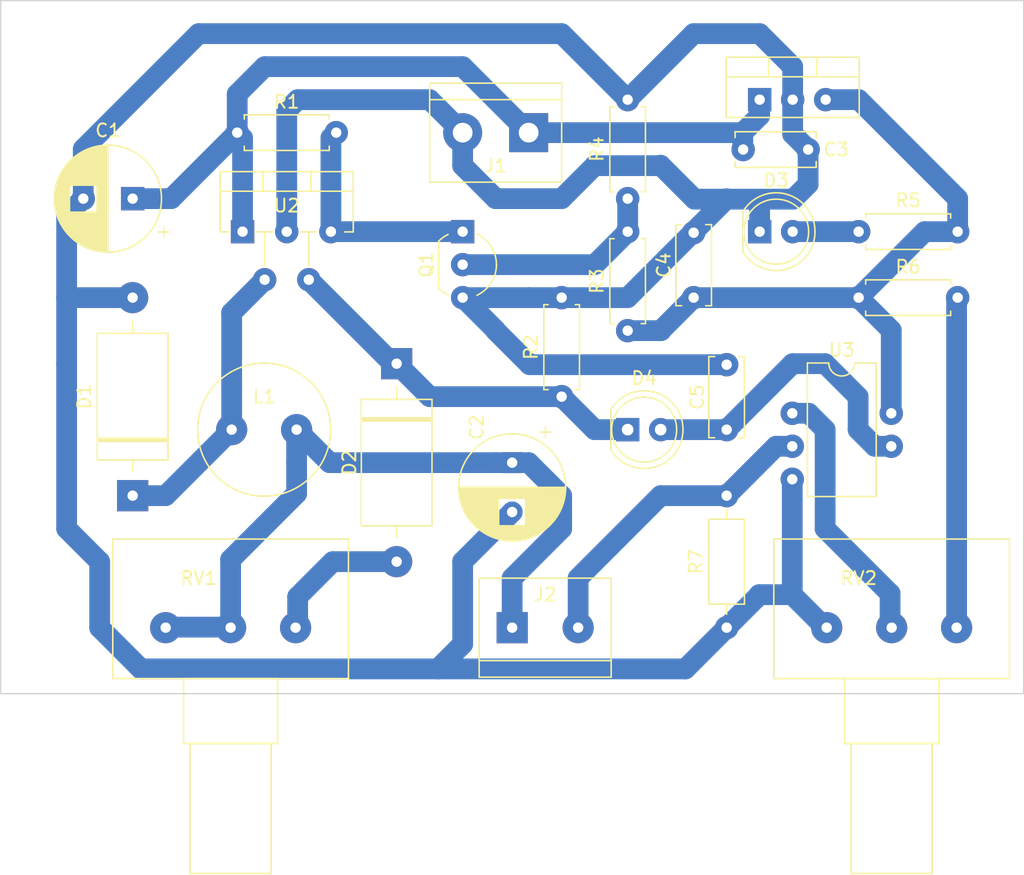
<source format=kicad_pcb>
(kicad_pcb (version 20211014) (generator pcbnew)
  (layers (0 "F.Cu" signal) (31 "B.Cu" signal) (34 "B.Paste" user) (35 "F.Paste" user) (36 "B.SilkS" user "B.Silkscreen") (37 "F.SilkS" user "F.Silkscreen") (38 "B.Mask" user) (39 "F.Mask" user) (44 "Edge.Cuts" user))
  (net 0 "")
  (net 1 "+24V")
  (net 2 "GND")
  (net 3 "+VDC")
  (net 4 "Net-(C5-Pad1)")
  (net 5 "Net-(D1-Pad1)")
  (net 6 "Net-(D2-Pad1)")
  (net 7 "Net-(D2-Pad2)")
  (net 8 "Net-(Q1-Pad1)")
  (net 9 "-VDC")
  (net 10 "Net-(Q1-Pad2)")
  (net 11 "Net-(R6-Pad2)")
  (net 12 "Net-(RV2-Pad2)")
  (net 13 "Net-(C4-Pad1)")
  (net 14 "Net-(D3-Pad2)")
  (footprint "Resistor_THT:R_Axial_DIN0207_L6.3mm_D2.5mm_P7.62mm_Horizontal" (layer "F.Cu") (at 152.4 96.52 90)
    (fp_text reference "R2" (at 3.81 -2.37 90) (layer "F.SilkS"))
    (fp_text value "390")
    (pad "1" thru_hole circle (at 0 0 90) (size 1.8 1.8) (drill 0.8) (layers *.Cu *.Mask) (net 6 "Net-(D2-Pad1)"))
    (pad "2" thru_hole circle (at 7.62 0 90) (size 1.8 1.8) (drill 0.8) (layers *.Cu *.Mask) (net 2 "GND"))
  )
  (footprint "Resistor_THT:R_Axial_DIN0207_L6.3mm_D2.5mm_P7.62mm_Horizontal" (layer "F.Cu") (at 157.48 81.28 90)
    (fp_text reference "R4" (at 3.81 -2.37 90) (layer "F.SilkS"))
    (fp_text value "390")
    (pad "1" thru_hole circle (at 0 0 90) (size 1.8 1.8) (drill 0.8) (layers *.Cu *.Mask) (net 10 "Net-(Q1-Pad2)"))
    (pad "2" thru_hole circle (at 7.62 0 90) (size 1.8 1.8) (drill 0.8) (layers *.Cu *.Mask) (net 2 "GND"))
  )
  (footprint "Diode_THT:D_DO-201AD_P15.24mm_Horizontal" (layer "F.Cu") (at 139.7 93.98 -90)
    (fp_text reference "D2" (at 7.62 3.64 90) (layer "F.SilkS"))
    (fp_text value "1N5822")
    (pad "1" thru_hole rect (at 0 0 270) (size 2.4 2.4) (drill 0.8) (layers *.Cu *.Mask) (net 6 "Net-(D2-Pad1)"))
    (pad "2" thru_hole circle (at 15.24 0 270) (size 2.4 2.4) (drill 0.8) (layers *.Cu *.Mask) (net 7 "Net-(D2-Pad2)"))
  )
  (footprint "LED_THT:LED_D5.0mm" (layer "F.Cu") (at 157.48 99.06)
    (fp_text reference "D4" (at 1.27 -3.96) (layer "F.SilkS"))
    (fp_text value "RED")
    (pad "1" thru_hole rect (at 0 0) (size 1.8 1.8) (drill 0.9) (layers *.Cu *.Mask) (net 6 "Net-(D2-Pad1)"))
    (pad "2" thru_hole circle (at 2.54 0) (size 1.8 1.8) (drill 0.9) (layers *.Cu *.Mask) (net 4 "Net-(C5-Pad1)"))
  )
  (footprint "MountingHole:MountingHole_2.1mm" (layer "F.Cu") (at 160.02 111.76)
    (fp_text reference "H3" hide)
    (fp_text value "MountingHole" hide)
    (pad "" np_thru_hole circle (at 0 0) (size 2.1 2.1) (drill 2.1) (layers *.Cu *.Mask))
  )
  (footprint "Resistor_THT:R_Axial_DIN0207_L6.3mm_D2.5mm_P7.62mm_Horizontal" (layer "F.Cu") (at 182.88 83.82 180)
    (fp_text reference "R5" (at 3.81 2.4) (layer "F.SilkS"))
    (fp_text value "390")
    (pad "1" thru_hole circle (at 0 0 180) (size 1.8 1.8) (drill 0.8) (layers *.Cu *.Mask) (net 13 "Net-(C4-Pad1)"))
    (pad "2" thru_hole circle (at 7.62 0 180) (size 1.8 1.8) (drill 0.8) (layers *.Cu *.Mask) (net 14 "Net-(D3-Pad2)"))
  )
  (footprint "Resistor_THT:R_Axial_DIN0207_L6.3mm_D2.5mm_P7.62mm_Horizontal" (layer "F.Cu") (at 127.43 76.2)
    (fp_text reference "R1" (at 3.81 -2.37) (layer "F.SilkS"))
    (fp_text value "10K")
    (pad "1" thru_hole circle (at 0 0) (size 1.8 1.8) (drill 0.8) (layers *.Cu *.Mask) (net 1 "+24V"))
    (pad "2" thru_hole circle (at 7.62 0) (size 1.8 1.8) (drill 0.8) (layers *.Cu *.Mask) (net 8 "Net-(Q1-Pad1)"))
  )
  (footprint "Package_TO_SOT_THT:TO-220-3_Vertical" (layer "F.Cu") (at 167.64 73.66)
    (fp_text reference "U1" hide)
    (fp_text value "LM7805")
    (pad "1" thru_hole rect (at 0 0) (size 1.8 1.8) (drill 0.8) (layers *.Cu *.Mask) (net 1 "+24V"))
    (pad "2" thru_hole circle (at 2.54 0) (size 1.8 1.8) (drill 0.8) (layers *.Cu *.Mask) (net 2 "GND"))
    (pad "3" thru_hole circle (at 5.08 0) (size 1.8 1.8) (drill 0.8) (layers *.Cu *.Mask) (net 13 "Net-(C4-Pad1)"))
  )
  (footprint "Capacitor_THT:C_Disc_D6.0mm_W2.5mm_P5.00mm" (layer "F.Cu") (at 162.56 88.9 90)
    (fp_text reference "C4" (at 2.5 -2.3 90) (layer "F.SilkS"))
    (fp_text value ".22uF")
    (pad "1" thru_hole circle (at 0 0 90) (size 1.8 1.8) (drill 0.8) (layers *.Cu *.Mask) (net 13 "Net-(C4-Pad1)"))
    (pad "2" thru_hole circle (at 5 0 90) (size 1.8 1.8) (drill 0.8) (layers *.Cu *.Mask) (net 2 "GND"))
  )
  (footprint "Potentiometer_THT:Potentiometer_Alps_RK163_Single_Horizontal" (layer "F.Cu") (at 172.8 114.3 -90)
    (fp_text reference "RV2" (at -3.81 -2.46 180) (layer "F.SilkS"))
    (fp_text value "10K")
    (pad "1" thru_hole circle (at 0 0 270) (size 2.4 2.4) (drill 0.8) (layers *.Cu *.Mask) (net 2 "GND"))
    (pad "2" thru_hole circle (at 0 -5 270) (size 2.4 2.4) (drill 0.8) (layers *.Cu *.Mask) (net 12 "Net-(RV2-Pad2)"))
    (pad "3" thru_hole circle (at 0 -10 270) (size 2.4 2.4) (drill 0.8) (layers *.Cu *.Mask) (net 11 "Net-(R6-Pad2)"))
  )
  (footprint "Resistor_THT:R_Axial_DIN0207_L6.3mm_D2.5mm_P7.62mm_Horizontal" (layer "F.Cu") (at 157.48 91.44 90)
    (fp_text reference "R3" (at 3.81 -2.37 90) (layer "F.SilkS"))
    (fp_text value "2K2")
    (pad "1" thru_hole circle (at 0 0 90) (size 1.8 1.8) (drill 0.8) (layers *.Cu *.Mask) (net 13 "Net-(C4-Pad1)"))
    (pad "2" thru_hole circle (at 7.62 0 90) (size 1.8 1.8) (drill 0.8) (layers *.Cu *.Mask) (net 10 "Net-(Q1-Pad2)"))
  )
  (footprint "Package_TO_SOT_THT:TO-220-5_P3.4x3.7mm_StaggerEven_Lead3.8mm_Vertical" (layer "F.Cu") (at 127.84 83.82)
    (fp_text reference "U2" (at 3.4 -2) (layer "F.SilkS"))
    (fp_text value "LM2596T-ADJ")
    (pad "1" thru_hole rect (at 0 0) (size 1.8 1.8) (drill 0.8) (layers *.Cu *.Mask) (net 1 "+24V"))
    (pad "2" thru_hole circle (at 1.7 3.7) (size 1.8 1.8) (drill 0.8) (layers *.Cu *.Mask) (net 5 "Net-(D1-Pad1)"))
    (pad "3" thru_hole circle (at 3.4 0) (size 1.8 1.8) (drill 0.8) (layers *.Cu *.Mask) (net 2 "GND"))
    (pad "4" thru_hole circle (at 5.1 3.7) (size 1.8 1.8) (drill 0.8) (layers *.Cu *.Mask) (net 6 "Net-(D2-Pad1)"))
    (pad "5" thru_hole circle (at 6.8 0) (size 1.8 1.8) (drill 0.8) (layers *.Cu *.Mask) (net 8 "Net-(Q1-Pad1)"))
  )
  (footprint "Capacitor_THT:C_Disc_D6.0mm_W2.5mm_P5.00mm" (layer "F.Cu") (at 165.1 99.06 90)
    (fp_text reference "C5" (at 2.5 -2.26 90) (layer "F.SilkS"))
    (fp_text value ".22uF")
    (pad "1" thru_hole circle (at 0 0 90) (size 1.8 1.8) (drill 0.8) (layers *.Cu *.Mask) (net 4 "Net-(C5-Pad1)"))
    (pad "2" thru_hole circle (at 5 0 90) (size 1.8 1.8) (drill 0.8) (layers *.Cu *.Mask) (net 2 "GND"))
  )
  (footprint "Diode_THT:D_DO-201AD_P15.24mm_Horizontal" (layer "F.Cu") (at 119.38 104.14 90)
    (fp_text reference "D1" (at 7.62 -3.72 90) (layer "F.SilkS"))
    (fp_text value "1N5822")
    (pad "1" thru_hole rect (at 0 0 90) (size 2.4 2.4) (drill 0.8) (layers *.Cu *.Mask) (net 5 "Net-(D1-Pad1)"))
    (pad "2" thru_hole circle (at 15.24 0 90) (size 2.4 2.4) (drill 0.8) (layers *.Cu *.Mask) (net 2 "GND"))
  )
  (footprint "Package_DIP:DIP-8_W7.62mm" (layer "F.Cu") (at 170.15 95.26)
    (fp_text reference "U3" (at 3.81 -2.33) (layer "F.SilkS"))
    (fp_text value "LM318N")
    (pad "2" thru_hole circle (at 0 2.54) (size 1.8 1.8) (drill 0.8) (layers *.Cu *.Mask) (net 12 "Net-(RV2-Pad2)"))
    (pad "3" thru_hole circle (at 0 5.08) (size 1.8 1.8) (drill 0.8) (layers *.Cu *.Mask) (net 9 "-VDC"))
    (pad "4" thru_hole circle (at 0 7.62) (size 1.8 1.8) (drill 0.8) (layers *.Cu *.Mask) (net 2 "GND"))
    (pad "6" thru_hole circle (at 7.62 5.08) (size 1.8 1.8) (drill 0.8) (layers *.Cu *.Mask) (net 4 "Net-(C5-Pad1)"))
    (pad "7" thru_hole circle (at 7.62 2.54) (size 1.8 1.8) (drill 0.8) (layers *.Cu *.Mask) (net 13 "Net-(C4-Pad1)"))
  )
  (footprint "MountingHole:MountingHole_2.1mm" (layer "F.Cu") (at 113.03 115.57)
    (fp_text reference "H4" hide)
    (fp_text value "MountingHole" hide)
    (pad "" np_thru_hole circle (at 0 0) (size 2.1 2.1) (drill 2.1) (layers *.Cu *.Mask))
  )
  (footprint "Capacitor_THT:CP_Radial_D8.0mm_P3.80mm" (layer "F.Cu") (at 119.38 81.28 180)
    (fp_text reference "C1" (at 1.9 5.25) (layer "F.SilkS"))
    (fp_text value "330uF/50V")
    (pad "1" thru_hole rect (at 0 0 180) (size 1.8 1.8) (drill 0.8) (layers *.Cu *.Mask) (net 1 "+24V"))
    (pad "2" thru_hole circle (at 3.8 0 180) (size 1.8 1.8) (drill 0.8) (layers *.Cu *.Mask) (net 2 "GND"))
  )
  (footprint "MountingHole:MountingHole_2.1mm" (layer "F.Cu") (at 184.15 69.85)
    (fp_text reference "H2" hide)
    (fp_text value "MountingHole" hide)
    (pad "" np_thru_hole circle (at 0 0) (size 2.1 2.1) (drill 2.1) (layers *.Cu *.Mask))
  )
  (footprint "Inductor_THT:L_Radial_D10.0mm_P5.00mm_Fastron_07M" (layer "F.Cu") (at 127 99.06)
    (fp_text reference "L1" (at 2.5 -2.54) (layer "F.SilkS"))
    (fp_text value "33uH")
    (pad "1" thru_hole circle (at 0 0) (size 2.4 2.4) (drill 0.8) (layers *.Cu *.Mask) (net 5 "Net-(D1-Pad1)"))
    (pad "2" thru_hole circle (at 5 0) (size 2.4 2.4) (drill 0.8) (layers *.Cu *.Mask) (net 3 "+VDC"))
  )
  (footprint "Resistor_THT:R_Axial_DIN0207_L6.3mm_D2.5mm_P10.16mm_Horizontal" (layer "F.Cu") (at 165.1 114.3 90)
    (fp_text reference "R7" (at 5.08 -2.37 90) (layer "F.SilkS"))
    (fp_text value ".039")
    (pad "1" thru_hole circle (at 0 0 90) (size 1.8 1.8) (drill 0.8) (layers *.Cu *.Mask) (net 2 "GND"))
    (pad "2" thru_hole circle (at 10.16 0 90) (size 1.8 1.8) (drill 0.8) (layers *.Cu *.Mask) (net 9 "-VDC"))
  )
  (footprint "TerminalBlock:TerminalBlock_bornier-2_P5.08mm" (layer "F.Cu") (at 149.86 76.2 180)
    (fp_text reference "J1" (at 2.54 -2.54) (layer "F.SilkS"))
    (fp_text value "Bornier 01x02" hide)
    (pad "1" thru_hole rect (at 0 0 180) (size 3 3) (drill 1.52) (layers *.Cu *.Mask) (net 1 "+24V"))
    (pad "2" thru_hole circle (at 5.08 0 180) (size 3 3) (drill 1.52) (layers *.Cu *.Mask) (net 2 "GND"))
  )
  (footprint "Capacitor_THT:C_Disc_D6.0mm_W2.5mm_P5.00mm" (layer "F.Cu") (at 166.37 77.5)
    (fp_text reference "C3" (at 7.16 0) (layer "F.SilkS"))
    (fp_text value ".22uF")
    (pad "1" thru_hole circle (at 0 0) (size 1.8 1.8) (drill 0.8) (layers *.Cu *.Mask) (net 1 "+24V"))
    (pad "2" thru_hole circle (at 5 0) (size 1.8 1.8) (drill 0.8) (layers *.Cu *.Mask) (net 2 "GND"))
  )
  (footprint "Potentiometer_THT:Potentiometer_Alps_RK163_Single_Horizontal" (layer "F.Cu") (at 121.92 114.3 -90)
    (fp_text reference "RV1" (at -3.81 -2.54 180) (layer "F.SilkS"))
    (fp_text value "10K")
    (pad "1" thru_hole circle (at 0 0 270) (size 2.4 2.4) (drill 0.8) (layers *.Cu *.Mask) (net 3 "+VDC"))
    (pad "2" thru_hole circle (at 0 -5 270) (size 2.4 2.4) (drill 0.8) (layers *.Cu *.Mask) (net 3 "+VDC"))
    (pad "3" thru_hole circle (at 0 -10 270) (size 2.4 2.4) (drill 0.8) (layers *.Cu *.Mask) (net 7 "Net-(D2-Pad2)"))
  )
  (footprint "Resistor_THT:R_Axial_DIN0207_L6.3mm_D2.5mm_P7.62mm_Horizontal" (layer "F.Cu") (at 175.26 88.9)
    (fp_text reference "R6" (at 3.81 -2.37) (layer "F.SilkS"))
    (fp_text value "470K")
    (pad "1" thru_hole circle (at 0 0) (size 1.8 1.8) (drill 0.8) (layers *.Cu *.Mask) (net 13 "Net-(C4-Pad1)"))
    (pad "2" thru_hole circle (at 7.62 0) (size 1.8 1.8) (drill 0.8) (layers *.Cu *.Mask) (net 11 "Net-(R6-Pad2)"))
  )
  (footprint "Capacitor_THT:CP_Radial_D8.0mm_P3.80mm" (layer "F.Cu") (at 148.59 101.6 -90)
    (fp_text reference "C2" (at -2.72 2.72 90) (layer "F.SilkS"))
    (fp_text value "330uF/50v")
    (pad "1" thru_hole rect (at 0 0 270) (size 1.6 1.6) (drill 0.8) (layers *.Cu *.Mask) (net 3 "+VDC"))
    (pad "2" thru_hole circle (at 3.8 0 270) (size 1.6 1.6) (drill 0.8) (layers *.Cu *.Mask) (net 2 "GND"))
  )
  (footprint "MountingHole:MountingHole_2.1mm" (layer "F.Cu") (at 113.03 69.85)
    (fp_text reference "H1" hide)
    (fp_text value "MountingHole" hide)
    (pad "" np_thru_hole circle (at 0 0) (size 2.1 2.1) (drill 2.1) (layers *.Cu *.Mask))
  )
  (footprint "LED_THT:LED_D5.0mm" (layer "F.Cu") (at 167.64 83.82)
    (fp_text reference "D3" (at 1.27 -3.94) (layer "F.SilkS"))
    (fp_text value "GREEN")
    (pad "1" thru_hole rect (at 0 0) (size 1.8 1.8) (drill 0.8) (layers *.Cu *.Mask) (net 2 "GND"))
    (pad "2" thru_hole circle (at 2.54 0) (size 1.8 1.8) (drill 0.8) (layers *.Cu *.Mask) (net 14 "Net-(D3-Pad2)"))
  )
  (footprint "TerminalBlock:TerminalBlock_bornier-2_P5.08mm" (layer "F.Cu") (at 148.59 114.3)
    (fp_text reference "J2" (at 2.54 -2.54) (layer "F.SilkS"))
    (fp_text value "Bornier 01x02" hide)
    (pad "1" thru_hole rect (at 0 0) (size 2.4 2.4) (drill 0.8) (layers *.Cu *.Mask) (net 3 "+VDC"))
    (pad "2" thru_hole circle (at 5.08 0) (size 2.4 2.4) (drill 0.8) (layers *.Cu *.Mask) (net 9 "-VDC"))
  )
  (footprint "Package_TO_SOT_THT:TO-92_Inline_Wide" (layer "F.Cu") (at 144.78 83.82 -90)
    (fp_text reference "Q1" (at 2.54 2.79 90) (layer "F.SilkS"))
    (fp_text value "BC547")
    (pad "1" thru_hole rect (at 0 0 270) (size 1.8 1.8) (drill 0.8) (layers *.Cu *.Mask) (net 8 "Net-(Q1-Pad1)"))
    (pad "2" thru_hole circle (at 2.54 0 270) (size 1.8 1.8) (drill 0.8) (layers *.Cu *.Mask) (net 10 "Net-(Q1-Pad2)"))
    (pad "3" thru_hole circle (at 5.08 0 270) (size 1.8 1.8) (drill 0.8) (layers *.Cu *.Mask) (net 2 "GND"))
  )
  (gr_line (start 109.22 66.04) (end 187.96 66.04) (layer "Edge.Cuts") (width 0.1))
  (gr_line (start 187.96 66.04) (end 187.96 119.38) (layer "Edge.Cuts") (width 0.1))
  (gr_line (start 187.96 119.38) (end 109.22 119.38) (layer "Edge.Cuts") (width 0.1))
  (gr_line (start 109.22 119.38) (end 109.22 66.04) (layer "Edge.Cuts") (width 0.1))
  (segment (start 127.84 83.82) (end 127.84 76.61) (width 1.6) (layer "B.Cu") (net 1))
  (segment (start 166.34 76.2) (end 166.34 77.47) (width 1.6) (layer "B.Cu") (net 1))
  (segment (start 127.84 76.61) (end 127.43 76.2) (width 1.6) (layer "B.Cu") (net 1))
  (segment (start 122.35 81.28) (end 127.43 76.2) (width 1.6) (layer "B.Cu") (net 1))
  (segment (start 167.64 73.66) (end 167.64 74.9) (width 1.6) (layer "B.Cu") (net 1))
  (segment (start 127.43 76.2) (end 127.43 73.23) (width 1.6) (layer "B.Cu") (net 1))
  (segment (start 167.64 74.9) (end 166.34 76.2) (width 1.6) (layer "B.Cu") (net 1))
  (segment (start 119.38 81.28) (end 122.35 81.28) (width 1.6) (layer "B.Cu") (net 1))
  (segment (start 149.86 76.2) (end 166.34 76.2) (width 1.6) (layer "B.Cu") (net 1))
  (segment (start 129.54 71.12) (end 144.78 71.12) (width 1.6) (layer "B.Cu") (net 1))
  (segment (start 144.78 71.12) (end 149.86 76.2) (width 1.6) (layer "B.Cu") (net 1))
  (segment (start 166.34 77.47) (end 166.37 77.5) (width 1.6) (layer "B.Cu") (net 1))
  (segment (start 127.43 73.23) (end 129.54 71.12) (width 1.6) (layer "B.Cu") (net 1))
  (segment (start 116.84 114.3) (end 116.84 109.22) (width 1.6) (layer "B.Cu") (net 2))
  (segment (start 170.18 71.12) (end 167.64 68.58) (width 1.6) (layer "B.Cu") (net 2))
  (segment (start 144.78 115.57) (end 144.78 109.21) (width 1.6) (layer "B.Cu") (net 2))
  (segment (start 162.56 68.58) (end 157.48 73.66) (width 1.6) (layer "B.Cu") (net 2))
  (segment (start 131.24 83.82) (end 131.24 74.5) (width 1.6) (layer "B.Cu") (net 2))
  (segment (start 116.84 109.22) (end 114.3 106.68) (width 1.6) (layer "B.Cu") (net 2))
  (segment (start 167.64 83.82) (end 167.64 81.36) (width 1.6) (layer "B.Cu") (net 2))
  (segment (start 124.46 68.58) (end 115.58 77.46) (width 1.6) (layer "B.Cu") (net 2))
  (segment (start 114.3 88.9) (end 114.3 82.56) (width 1.6) (layer "B.Cu") (net 2))
  (segment (start 161.925 117.475) (end 142.875 117.475) (width 1.6) (layer "B.Cu") (net 2))
  (segment (start 167.6 111.76) (end 167.6 111.8) (width 1.6) (layer "B.Cu") (net 2))
  (segment (start 147.32 91.44) (end 149.94 94.06) (width 1.6) (layer "B.Cu") (net 2))
  (segment (start 152.4 81.28) (end 147.32 81.28) (width 1.6) (layer "B.Cu") (net 2))
  (segment (start 170.18 73.66) (end 170.18 76.31) (width 1.6) (layer "B.Cu") (net 2))
  (segment (start 167.64 68.58) (end 162.56 68.58) (width 1.6) (layer "B.Cu") (net 2))
  (segment (start 115.58 77.46) (end 115.58 81.28) (width 1.6) (layer "B.Cu") (net 2))
  (segment (start 132.08 73.66) (end 142.24 73.66) (width 1.6) (layer "B.Cu") (net 2))
  (segment (start 131.24 74.5) (end 132.08 73.66) (width 1.6) (layer "B.Cu") (net 2))
  (segment (start 152.4 68.58) (end 124.46 68.58) (width 1.6) (layer "B.Cu") (net 2))
  (segment (start 149.86 88.9) (end 157.48 88.9) (width 1.6) (layer "B.Cu") (net 2))
  (segment (start 154.94 78.74) (end 152.4 81.28) (width 1.6) (layer "B.Cu") (net 2))
  (segment (start 147.32 81.28) (end 144.78 78.74) (width 1.6) (layer "B.Cu") (net 2))
  (segment (start 114.3 106.68) (end 114.3 93.98) (width 1.6) (layer "B.Cu") (net 2))
  (segment (start 142.875 117.475) (end 120.015 117.475) (width 1.6) (layer "B.Cu") (net 2))
  (segment (start 142.875 117.475) (end 144.78 115.57) (width 1.6) (layer "B.Cu") (net 2))
  (segment (start 171.37 80.17) (end 171.37 77.5) (width 1.6) (layer "B.Cu") (net 2))
  (segment (start 172.68 114.3) (end 170.14 111.76) (width 1.6) (layer "B.Cu") (net 2))
  (segment (start 167.6 111.8) (end 165.1 114.3) (width 1.6) (layer "B.Cu") (net 2))
  (segment (start 165.1 114.3) (end 161.925 117.475) (width 1.6) (layer "B.Cu") (net 2))
  (segment (start 120.015 117.475) (end 116.84 114.3) (width 1.6) (layer "B.Cu") (net 2))
  (segment (start 119.38 88.9) (end 114.3 88.9) (width 1.6) (layer "B.Cu") (net 2))
  (segment (start 159.99 78.74) (end 160.02 78.71) (width 1.6) (layer "B.Cu") (net 2))
  (segment (start 144.78 88.9) (end 149.86 88.9) (width 1.6) (layer "B.Cu") (net 2))
  (segment (start 157.48 88.9) (end 165.1 81.28) (width 1.6) (layer "B.Cu") (net 2))
  (segment (start 144.78 78.74) (end 144.78 76.2) (width 1.6) (layer "B.Cu") (net 2))
  (segment (start 162.63 81.32) (end 170.22 81.32) (width 1.6) (layer "B.Cu") (net 2))
  (segment (start 144.78 109.21) (end 148.59 105.4) (width 1.6) (layer "B.Cu") (net 2))
  (segment (start 162.63 81.32) (end 160.02 78.71) (width 1.6) (layer "B.Cu") (net 2))
  (segment (start 144.82 88.9) (end 147.32 91.4) (width 1.6) (layer "B.Cu") (net 2))
  (segment (start 142.24 73.66) (end 144.78 76.2) (width 1.6) (layer "B.Cu") (net 2))
  (segment (start 170.22 81.32) (end 171.37 80.17) (width 1.6) (layer "B.Cu") (net 2))
  (segment (start 170.15 111.75) (end 170.15 102.88) (width 1.6) (layer "B.Cu") (net 2))
  (segment (start 114.3 82.56) (end 115.58 81.28) (width 1.6) (layer "B.Cu") (net 2))
  (segment (start 170.18 76.31) (end 171.37 77.5) (width 1.6) (layer "B.Cu") (net 2))
  (segment (start 170.14 111.76) (end 167.6 111.76) (width 1.6) (layer "B.Cu") (net 2))
  (segment (start 157.48 73.66) (end 152.4 68.58) (width 1.6) (layer "B.Cu") (net 2))
  (segment (start 149.94 94.06) (end 165.1 94.06) (width 1.6) (layer "B.Cu") (net 2))
  (segment (start 154.94 78.74) (end 159.99 78.74) (width 1.6) (layer "B.Cu") (net 2))
  (segment (start 114.3 93.98) (end 114.3 88.9) (width 1.6) (layer "B.Cu") (net 2))
  (segment (start 170.14 111.76) (end 170.15 111.75) (width 1.6) (layer "B.Cu") (net 2))
  (segment (start 170.18 73.66) (end 170.18 71.12) (width 1.6) (layer "B.Cu") (net 2))
  (segment (start 147.32 101.6) (end 134.54 101.6) (width 1.6) (layer "B.Cu") (net 3))
  (segment (start 152.4 106.68) (end 152.4 104.14) (width 1.6) (layer "B.Cu") (net 3))
  (segment (start 149.86 101.6) (end 147.32 101.6) (width 1.6) (layer "B.Cu") (net 3))
  (segment (start 132 103.98) (end 132 101.52) (width 1.6) (layer "B.Cu") (net 3))
  (segment (start 121.92 114.26) (end 126.92 114.26) (width 1.6) (layer "B.Cu") (net 3))
  (segment (start 132 101.52) (end 132 99.06) (width 1.6) (layer "B.Cu") (net 3))
  (segment (start 126.92 114.26) (end 126.92 109.06) (width 1.6) (layer "B.Cu") (net 3))
  (segment (start 152.4 104.14) (end 149.86 101.6) (width 1.6) (layer "B.Cu") (net 3))
  (segment (start 148.59 114.3) (end 148.59 110.49) (width 1.6) (layer "B.Cu") (net 3))
  (segment (start 126.92 109.06) (end 132 103.98) (width 1.6) (layer "B.Cu") (net 3))
  (segment (start 134.54 101.6) (end 132 99.06) (width 1.6) (layer "B.Cu") (net 3))
  (segment (start 148.59 110.49) (end 152.4 106.68) (width 1.6) (layer "B.Cu") (net 3))
  (segment (start 170.18 93.98) (end 165.1 99.06) (width 1.6) (layer "B.Cu") (net 4))
  (segment (start 175.22 99.06) (end 175.22 96.524906) (width 1.6) (layer "B.Cu") (net 4))
  (segment (start 160.02 99.06) (end 165.1 99.06) (width 1.6) (layer "B.Cu") (net 4))
  (segment (start 176.5 100.34) (end 175.22 99.06) (width 1.6) (layer "B.Cu") (net 4))
  (segment (start 175.22 96.524906) (end 172.675094 93.98) (width 1.6) (layer "B.Cu") (net 4))
  (segment (start 177.77 100.34) (end 176.5 100.34) (width 1.6) (layer "B.Cu") (net 4))
  (segment (start 172.675094 93.98) (end 170.18 93.98) (width 1.6) (layer "B.Cu") (net 4))
  (segment (start 127 90.06) (end 129.54 87.52) (width 1.6) (layer "B.Cu") (net 5))
  (segment (start 119.38 104.14) (end 121.92 104.14) (width 1.6) (layer "B.Cu") (net 5))
  (segment (start 127 99.06) (end 127 90.06) (width 1.6) (layer "B.Cu") (net 5))
  (segment (start 121.92 104.14) (end 127 99.06) (width 1.6) (layer "B.Cu") (net 5))
  (segment (start 152.4 96.52) (end 154.94 99.06) (width 1.6) (layer "B.Cu") (net 6))
  (segment (start 139.4 93.98) (end 132.94 87.52) (width 1.6) (layer "B.Cu") (net 6))
  (segment (start 154.94 99.06) (end 157.48 99.06) (width 1.6) (layer "B.Cu") (net 6))
  (segment (start 139.7 93.98) (end 139.4 93.98) (width 1.6) (layer "B.Cu") (net 6))
  (segment (start 139.7 93.98) (end 142.24 96.52) (width 1.6) (layer "B.Cu") (net 6))
  (segment (start 142.24 96.52) (end 152.4 96.52) (width 1.6) (layer "B.Cu") (net 6))
  (segment (start 132.08 114.3) (end 132.08 111.92) (width 1.6) (layer "B.Cu") (net 7))
  (segment (start 134.78 109.22) (end 139.86 109.22) (width 1.6) (layer "B.Cu") (net 7))
  (segment (start 132.08 111.92) (end 134.78 109.22) (width 1.6) (layer "B.Cu") (net 7))
  (segment (start 144.78 83.82) (end 134.64 83.82) (width 1.6) (layer "B.Cu") (net 8))
  (segment (start 134.64 83.82) (end 134.64 76.61) (width 1.6) (layer "B.Cu") (net 8))
  (segment (start 134.64 76.61) (end 135.05 76.2) (width 1.6) (layer "B.Cu") (net 8))
  (segment (start 160.02 104.14) (end 153.67 110.49) (width 1.6) (layer "B.Cu") (net 9))
  (segment (start 165.1 104.14) (end 160.02 104.14) (width 1.6) (layer "B.Cu") (net 9))
  (segment (start 165.1 104.14) (end 168.9 100.34) (width 1.6) (layer "B.Cu") (net 9))
  (segment (start 153.67 110.49) (end 153.67 114.3) (width 1.6) (layer "B.Cu") (net 9))
  (segment (start 168.9 100.34) (end 170.15 100.34) (width 1.6) (layer "B.Cu") (net 9))
  (segment (start 154.94 86.36) (end 157.48 83.82) (width 1.6) (layer "B.Cu") (net 10))
  (segment (start 144.78 86.36) (end 154.94 86.36) (width 1.6) (layer "B.Cu") (net 10))
  (segment (start 157.48 81.28) (end 157.48 83.82) (width 1.6) (layer "B.Cu") (net 10))
  (segment (start 182.8 88.98) (end 182.88 88.9) (width 1.6) (layer "B.Cu") (net 11))
  (segment (start 182.8 114.3) (end 182.8 88.98) (width 1.6) (layer "B.Cu") (net 11))
  (segment (start 177.68 111.675095) (end 177.675095 111.675095) (width 1.6) (layer "B.Cu") (net 12))
  (segment (start 177.68 114.3) (end 177.68 111.675095) (width 1.6) (layer "B.Cu") (net 12))
  (segment (start 171.42 97.8) (end 170.15 97.8) (width 1.6) (layer "B.Cu") (net 12))
  (segment (start 177.675095 111.675095) (end 172.68 106.68) (width 1.6) (layer "B.Cu") (net 12))
  (segment (start 172.68 99.06) (end 171.42 97.8) (width 1.6) (layer "B.Cu") (net 12))
  (segment (start 172.68 106.68) (end 172.68 99.06) (width 1.6) (layer "B.Cu") (net 12))
  (segment (start 177.77 91.41) (end 175.26 88.9) (width 1.6) (layer "B.Cu") (net 13))
  (segment (start 180.34 83.82) (end 175.26 88.9) (width 1.6) (layer "B.Cu") (net 13))
  (segment (start 162.56 88.9) (end 175.26 88.9) (width 1.6) (layer "B.Cu") (net 13))
  (segment (start 175.26 73.66) (end 182.88 81.28) (width 1.6) (layer "B.Cu") (net 13))
  (segment (start 160.02 91.44) (end 162.56 88.9) (width 1.6) (layer "B.Cu") (net 13))
  (segment (start 157.48 91.44) (end 160.06 91.44) (width 1.6) (layer "B.Cu") (net 13))
  (segment (start 177.77 97.8) (end 177.77 91.41) (width 1.6) (layer "B.Cu") (net 13))
  (segment (start 182.88 83.82) (end 180.34 83.82) (width 1.6) (layer "B.Cu") (net 13))
  (segment (start 182.88 81.28) (end 182.88 83.82) (width 1.6) (layer "B.Cu") (net 13))
  (segment (start 172.72 73.66) (end 175.26 73.66) (width 1.6) (layer "B.Cu") (net 13))
  (segment (start 170.18 83.82) (end 175.26 83.82) (width 1.6) (layer "B.Cu") (net 14))
)
</source>
